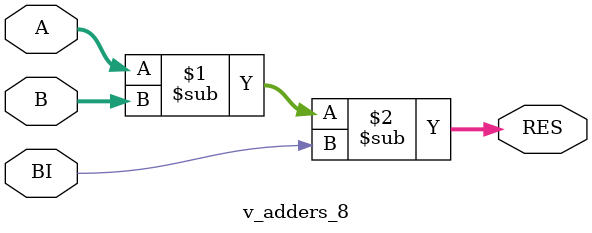
<source format=v>
module v_adders_8(A, B, BI, RES);

    parameter  WIDTH = 8;
    input   [WIDTH-1:0] A;
    input   [WIDTH-1:0] B;
    input               BI;
    output  [WIDTH-1:0] RES;

    assign RES = A - B - BI;
	  
endmodule

</source>
